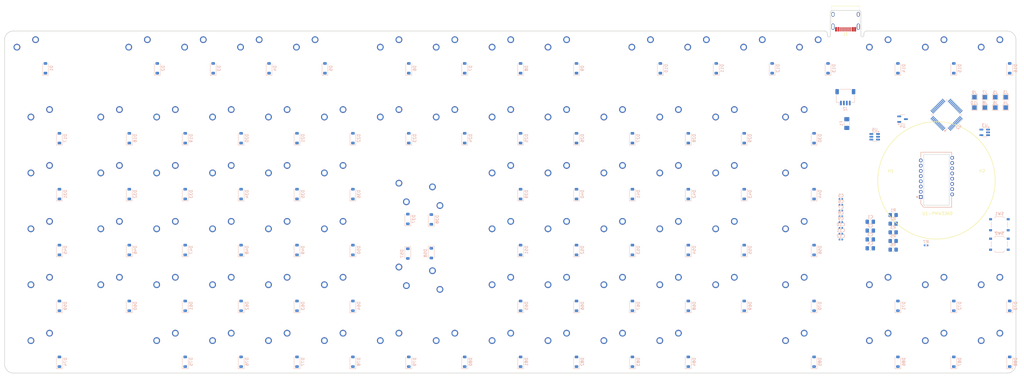
<source format=kicad_pcb>
(kicad_pcb (version 20240108) (generator "pcbnew") (generator_version "8.0")
  (title_block (title "frog_8k_ergodox_pcb"))
  (layers (0 "F.Cu" signal) (31 "B.Cu" signal) (34 "B.Paste" user) (35 "F.Paste" user) (36 "B.SilkS" user "B.Silkscreen") (37 "F.SilkS" user "F.Silkscreen") (38 "B.Mask" user) (39 "F.Mask" user) (44 "Edge.Cuts" user))
  (net 0 "")
  (net 1 "GND")
  (net 2 "Net-(U1-VDDPIX)")
  (net 3 "V_{IN 3.3V}")
  (net 4 "VDD_{1.8V~2.1V}")
  (net 5 "+3V3")
  (net 6 "RST-1")
  (net 7 "+5V")
  (net 8 "ROW0")
  (net 9 "Net-(D1-A)")
  (net 10 "Net-(D2-A)")
  (net 11 "Net-(D3-A)")
  (net 12 "Net-(D4-A)")
  (net 13 "Net-(D5-A)")
  (net 14 "Net-(D6-A)")
  (net 15 "Net-(D7-A)")
  (net 16 "Net-(D8-A)")
  (net 17 "Net-(D9-A)")
  (net 18 "Net-(D10-A)")
  (net 19 "Net-(D11-A)")
  (net 20 "Net-(D12-A)")
  (net 21 "Net-(D13-A)")
  (net 22 "Net-(D14-A)")
  (net 23 "Net-(D15-A)")
  (net 24 "Net-(D16-A)")
  (net 25 "ROW1")
  (net 26 "Net-(D17-A)")
  (net 27 "Net-(D18-A)")
  (net 28 "Net-(D19-A)")
  (net 29 "Net-(D20-A)")
  (net 30 "Net-(D21-A)")
  (net 31 "Net-(D22-A)")
  (net 32 "Net-(D23-A)")
  (net 33 "Net-(D24-A)")
  (net 34 "Net-(D25-A)")
  (net 35 "Net-(D26-A)")
  (net 36 "Net-(D27-A)")
  (net 37 "Net-(D28-A)")
  (net 38 "Net-(D29-A)")
  (net 39 "Net-(D30-A)")
  (net 40 "Net-(D31-A)")
  (net 41 "ROW2")
  (net 42 "Net-(D32-A)")
  (net 43 "Net-(D33-A)")
  (net 44 "Net-(D34-A)")
  (net 45 "Net-(D35-A)")
  (net 46 "Net-(D36-A)")
  (net 47 "Net-(D37-A)")
  (net 48 "Net-(D38-A)")
  (net 49 "Net-(D39-A)")
  (net 50 "Net-(D40-A)")
  (net 51 "Net-(D41-A)")
  (net 52 "Net-(D42-A)")
  (net 53 "Net-(D43-A)")
  (net 54 "Net-(D44-A)")
  (net 55 "Net-(D45-A)")
  (net 56 "ROW3")
  (net 57 "Net-(D46-A)")
  (net 58 "Net-(D47-A)")
  (net 59 "Net-(D48-A)")
  (net 60 "Net-(D49-A)")
  (net 61 "Net-(D50-A)")
  (net 62 "Net-(D51-A)")
  (net 63 "Net-(D52-A)")
  (net 64 "Net-(D53-A)")
  (net 65 "Net-(D54-A)")
  (net 66 "Net-(D55-A)")
  (net 67 "Net-(D56-A)")
  (net 68 "Net-(D57-A)")
  (net 69 "Net-(D58-A)")
  (net 70 "Net-(D59-A)")
  (net 71 "ROW4")
  (net 72 "Net-(D60-A)")
  (net 73 "Net-(D61-A)")
  (net 74 "Net-(D62-A)")
  (net 75 "Net-(D63-A)")
  (net 76 "Net-(D64-A)")
  (net 77 "Net-(D65-A)")
  (net 78 "Net-(D66-A)")
  (net 79 "Net-(D67-A)")
  (net 80 "Net-(D68-A)")
  (net 81 "Net-(D69-A)")
  (net 82 "Net-(D70-A)")
  (net 83 "Net-(D71-A)")
  (net 84 "Net-(D72-A)")
  (net 85 "Net-(D73-A)")
  (net 86 "ROW5")
  (net 87 "Net-(D74-A)")
  (net 88 "Net-(D75-A)")
  (net 89 "Net-(D76-A)")
  (net 90 "Net-(D77-A)")
  (net 91 "Net-(D78-A)")
  (net 92 "Net-(D79-A)")
  (net 93 "Net-(D80-A)")
  (net 94 "Net-(D81-A)")
  (net 95 "Net-(D82-A)")
  (net 96 "Net-(D83-A)")
  (net 97 "Net-(D84-A)")
  (net 98 "Net-(D85-A)")
  (net 99 "Net-(D86-A)")
  (net 100 "Net-(D87-A)")
  (net 101 "Net-(D88-A)")
  (net 102 "VBUS")
  (net 104 "DN")
  (net 105 "Net-(J1-CC1)")
  (net 106 "DP")
  (net 107 "Net-(J1-CC2)")
  (net 108 "ADD0")
  (net 109 "ADD1")
  (net 110 "ADD2")
  (net 111 "ADD3")
  (net 112 "ADD4")
  (net 113 "ADD5")
  (net 114 "ADD6")
  (net 115 "ADD7")
  (net 116 "COL0")
  (net 117 "COL2")
  (net 118 "COL3")
  (net 119 "COL4")
  (net 120 "COL5")
  (net 121 "COL6")
  (net 122 "COL7")
  (net 123 "COL8")
  (net 124 "COL9")
  (net 125 "COL10")
  (net 126 "COL11")
  (net 127 "COL12")
  (net 128 "COL13")
  (net 129 "COL14")
  (net 130 "COL15")
  (net 131 "COL16")
  (net 132 "COL1")
  (net 133 "V_{IO VDD~3.3V}")
  (net 134 "Net-(U1-~{RESET})")
  (net 135 "MISO_{GPIO-PMW3360}")
  (net 136 "Net-(U1-LED_P)")
  (net 137 "BOOT-1")
  (net 138 "MOSI_{GPIO-PMW3360}")
  (net 139 "CS_{GPIO-PMW3360}")
  (net 140 "SCLK_{GPIO-PMW3360}")
  (footprint "PCM_marbastlib-mx:SW_MX_1u" (layer "F.Cu") (at 187.97 152.96 90)
    (property "Reference" "MX38" (hide yes))
    (property "Value" "MX_SW_solder")
  )
  (footprint "PCM_marbastlib-mx:SW_MX_1u" (layer "F.Cu") (at 187.97 129.1475)
    (property "Reference" "MX24" (hide yes))
    (property "Value" "MX_SW_solder")
  )
  (footprint "PCM_marbastlib-mx:SW_MX_1u" (layer "F.Cu") (at 307.0325 167.2475)
    (property "Reference" "MX56" (hide yes))
    (property "Value" "MX_SW_solder")
  )
  (footprint "PCM_marbastlib-mx:SW_MX_1u" (layer "F.Cu") (at 149.87 148.1975)
    (property "Reference" "MX36" (hide yes))
    (property "Value" "MX_SW_solder")
  )
  (footprint "PCM_marbastlib-mx:SW_MX_1u" (layer "F.Cu") (at 373.7075 186.2975)
    (property "Reference" "MX73" (hide yes))
    (property "Value" "MX_SW_solder")
  )
  (footprint "PCM_marbastlib-mx:SW_MX_1u" (layer "F.Cu") (at 307.0325 186.2975)
    (property "Reference" "MX70" (hide yes))
    (property "Value" "MX_SW_solder")
  )
  (footprint "PCM_marbastlib-mx:SW_MX_1u" (layer "F.Cu") (at 187.97 205.3475)
    (property "Reference" "MX80" (hide yes))
    (property "Value" "MX_SW_solder")
  )
  (footprint "PCM_marbastlib-mx:SW_MX_1u" (layer "F.Cu") (at 226.07 105.335)
    (property "Reference" "MX9" (hide yes))
    (property "Value" "MX_SW_solder")
  )
  (footprint "PCM_marbastlib-mx:SW_MX_1u" (layer "F.Cu") (at 130.82 167.2475)
    (property "Reference" "MX49" (hide yes))
    (property "Value" "MX_SW_solder")
  )
  (footprint "PCM_marbastlib-mx:SW_MX_1u" (layer "F.Cu") (at 245.12 167.2475)
    (property "Reference" "MX53" (hide yes))
    (property "Value" "MX_SW_solder")
  )
  (footprint "PCM_marbastlib-mx:SW_MX_1u" (layer "F.Cu") (at 207.02 129.1475)
    (property "Reference" "MX25" (hide yes))
    (property "Value" "MX_SW_solder")
  )
  (footprint "PCM_marbastlib-mx:SW_MX_1u" (layer "F.Cu") (at 264.17 129.1475)
    (property "Reference" "MX28" (hide yes))
    (property "Value" "MX_SW_solder")
  )
  (footprint "PCM_marbastlib-mx:SW_MX_1u" (layer "F.Cu") (at 49.8575 129.1475)
    (property "Reference" "MX17" (hide yes))
    (property "Value" "MX_SW_solder")
  )
  (footprint "PCM_marbastlib-mx:SW_MX_1u" (layer "F.Cu") (at 83.195 105.335)
    (property "Reference" "MX2" (hide yes))
    (property "Value" "MX_SW_solder")
  )
  (footprint "PCM_marbastlib-mx:SW_MX_1u" (layer "F.Cu") (at 149.87 167.2475)
    (property "Reference" "MX50" (hide yes))
    (property "Value" "MX_SW_solder")
  )
  (footprint "MountingHole:MountingHole_2.2mm_M2" (layer "F.Cu") (at 339.077 148.1975)
    (property "Reference" "H1")
    (property "Value" "MountingHole")
  )
  (footprint "PCM_marbastlib-mx:SW_MX_1u" (layer "F.Cu") (at 168.92 129.1475)
    (property "Reference" "MX23" (hide yes))
    (property "Value" "MX_SW_solder")
  )
  (footprint "PCM_marbastlib-mx:SW_MX_1u" (layer "F.Cu") (at 226.07 167.2475)
    (property "Reference" "MX52" (hide yes))
    (property "Value" "MX_SW_solder")
  )
  (footprint "PCM_marbastlib-mx:SW_MX_1u" (layer "F.Cu") (at 168.92 152.96 -90)
    (property "Reference" "MX37" (hide yes))
    (property "Value" "MX_SW_solder")
  )
  (footprint "PCM_marbastlib-mx:SW_MX_1u" (layer "F.Cu") (at 207.02 148.1975)
    (property "Reference" "MX39" (hide yes))
    (property "Value" "MX_SW_solder")
  )
  (footprint "PCM_marbastlib-mx:SW_MX_1u" (layer "F.Cu") (at 307.0325 148.1975)
    (property "Reference" "MX44" (hide yes))
    (property "Value" "MX_SW_solder")
  )
  (footprint "PCM_marbastlib-mx:SW_MX_1u" (layer "F.Cu") (at 283.22 167.2475)
    (property "Reference" "MX55" (hide yes))
    (property "Value" "MX_SW_solder")
  )
  (footprint "PCM_marbastlib-mx:SW_MX_1u" (layer "F.Cu") (at 140.345 105.335)
    (property "Reference" "MX5" (hide yes))
    (property "Value" "MX_SW_solder")
  )
  (footprint "PCM_marbastlib-mx:SW_MX_1u" (layer "F.Cu") (at 245.12 148.1975)
    (property "Reference" "MX41" (hide yes))
    (property "Value" "MX_SW_solder")
  )
  (footprint "PCM_marbastlib-mx:SW_MX_1u" (layer "F.Cu") (at 102.245 105.335)
    (property "Reference" "MX3" (hide yes))
    (property "Value" "MX_SW_solder")
  )
  (footprint "PCM_marbastlib-mx:SW_MX_1u" (layer "F.Cu") (at 207.02 186.2975)
    (property "Reference" "MX65" (hide yes))
    (property "Value" "MX_SW_solder")
  )
  (footprint "PCM_marbastlib-mx:SW_MX_1u" (layer "F.Cu") (at 130.82 129.1475)
    (property "Reference" "MX21" (hide yes))
    (property "Value" "MX_SW_solder")
  )
  (footprint "PCM_marbastlib-mx:SW_MX_1u" (layer "F.Cu") (at 73.67 186.2975)
    (property "Reference" "MX60" (hide yes))
    (property "Value" "MX_SW_solder")
  )
  (footprint "PCM_marbastlib-mx:SW_MX_1u" (layer "F.Cu") (at 49.8575 167.2475)
    (property "Reference" "MX45" (hide yes))
    (property "Value" "MX_SW_solder")
  )
  (footprint "PCM_marbastlib-mx:SW_MX_1u" (layer "F.Cu") (at 111.77 186.2975)
    (property "Reference" "MX62" (hide yes))
    (property "Value" "MX_SW_solder")
  )
  (footprint "PCM_marbastlib-mx:SW_MX_1u" (layer "F.Cu") (at 226.07 129.1475)
    (property "Reference" "MX26" (hide yes))
    (property "Value" "MX_SW_solder")
  )
  (footprint "PCM_marbastlib-mx:SW_MX_1u" (layer "F.Cu") (at 226.07 205.3475)
    (property "Reference" "MX82" (hide yes))
    (property "Value" "MX_SW_solder")
  )
  (footprint "PCM_marbastlib-mx:SW_MX_1u" (layer "F.Cu") (at 168.92 181.535 -90)
    (property "Reference" "MX57" (hide yes))
    (property "Value" "MX_SW_solder")
  )
  (footprint "PCM_marbastlib-mx:SW_MX_1u" (layer "F.Cu") (at 264.17 186.2975)
    (property "Reference" "MX68" (hide yes))
    (property "Value" "MX_SW_solder")
  )
  (footprint "PCM_marbastlib-mx:SW_MX_1u" (layer "F.Cu") (at 73.67 167.2475)
    (property "Reference" "MX46" (hide yes))
    (property "Value" "MX_SW_solder")
  )
  (footprint "PCM_marbastlib-mx:SW_MX_1u" (layer "F.Cu") (at 149.87 186.2975)
    (property "Reference" "MX64" (hide yes))
    (property "Value" "MX_SW_solder")
  )
  (footprint "PCM_marbastlib-mx:SW_MX_1u" (layer "F.Cu") (at 226.07 186.2975)
    (property "Reference" "MX66" (hide yes))
    (property "Value" "MX_SW_solder")
  )
  (footprint "PCM_marbastlib-mx:SW_MX_1u" (layer "F.Cu") (at 335.6075 105.335)
    (property "Reference" "MX14" (hide yes))
    (property "Value" "MX_SW_solder")
  )
  (footprint "PCM_marbastlib-mx:SW_MX_1u" (layer "F.Cu") (at 121.295 105.335)
    (property "Reference" "MX4" (hide yes))
    (property "Value" "MX_SW_solder")
  )
  (footprint "PCM_marbastlib-mx:SW_MX_1u" (layer "F.Cu") (at 149.87 205.3475)
    (property "Reference" "MX78" (hide yes))
    (property "Value" "MX_SW_solder")
  )
  (footprint "PCM_marbastlib-mx:SW_MX_1u" (layer "F.Cu") (at 49.8575 205.3475)
    (property "Reference" "MX74" (hide yes))
    (property "Value" "MX_SW_solder")
  )
  (footprint "PCM_marbastlib-mx:SW_MX_1u" (layer "F.Cu") (at 264.17 205.3475)
    (property "Reference" "MX84" (hide yes))
    (property "Value" "MX_SW_solder")
  )
  (footprint "Connector_USB:USB_C_Receptacle_HRO_TYPE-C-31-M-12" (layer "F.Cu") (at 323.695 92.675 180)
    (property "Reference" "J1")
    (property "Value" "USB_C_Receptacle_USB2.0_14P")
  )
  (footprint "PCM_marbastlib-mx:SW_MX_1u" (layer "F.Cu") (at 187.97 105.335)
    (property "Reference" "MX7" (hide yes))
    (property "Value" "MX_SW_solder")
  )
  (footprint "PCM_marbastlib-mx:SW_MX_1u" (layer "F.Cu") (at 245.12 186.2975)
    (property "Reference" "MX67" (hide yes))
    (property "Value" "MX_SW_solder")
  )
  (footprint "PCM_marbastlib-mx:SW_MX_1u" (layer "F.Cu") (at 207.02 167.2475)
    (property "Reference" "MX51" (hide yes))
    (property "Value" "MX_SW_solder")
  )
  (footprint "PCM_marbastlib-mx:SW_MX_1u" (layer "F.Cu") (at 335.6075 205.3475)
    (property "Reference" "MX86" (hide yes))
    (property "Value" "MX_SW_solder")
  )
  (footprint "PCM_marbastlib-mx:SW_MX_1u" (layer "F.Cu") (at 130.82 205.3475)
    (property "Reference" "MX77" (hide yes))
    (property "Value" "MX_SW_solder")
  )
  (footprint "PCM_marbastlib-mx:SW_MX_1u" (layer "F.Cu") (at 207.02 105.335)
    (property "Reference" "MX8" (hide yes))
    (property "Value" "MX_SW_solder")
  )
  (footprint "PCM_marbastlib-mx:SW_MX_1u" (layer "F.Cu") (at 254.645 105.335)
    (property "Reference" "MX10" (hide yes))
    (property "Value" "MX_SW_solder")
  )
  (footprint "PCM_marbastlib-mx:SW_MX_1u" (layer "F.Cu") (at 264.17 167.2475)
    (property "Reference" "MX54" (hide yes))
    (property "Value" "MX_SW_solder")
  )
  (footprint "PCM_marbastlib-mx:SW_MX_1u" (layer "F.Cu") (at 111.77 167.2475)
    (property "Reference" "MX48" (hide yes))
    (property "Value" "MX_SW_solder")
  )
  (footprint "PCM_marbastlib-mx:SW_MX_1u" (layer "F.Cu") (at 226.07 148.1975)
    (property "Reference" "MX40" (hide yes))
    (property "Value" "MX_SW_solder")
  )
  (footprint "PCM_marbastlib-mx:SW_MX_1u" (layer "F.Cu") (at 168.92 105.335)
    (property "Reference" "MX6" (hide yes))
    (property "Value" "MX_SW_solder")
  )
  (footprint "PCM_marbastlib-mx:SW_MX_1u" (layer "F.Cu") (at 264.17 148.1975)
    (property "Reference" "MX42" (hide yes))
    (property "Value" "MX_SW_solder")
  )
  (footprint "PCM_marbastlib-mx:SW_MX_1u" (layer "F.Cu") (at 111.77 129.1475)
    (property "Reference" "MX20" (hide yes))
    (property "Value" "MX_SW_solder")
  )
  (footprint "PCM_marbastlib-mx:SW_MX_1u" (layer "F.Cu") (at 92.72 167.2475)
    (property "Reference" "MX47" (hide yes))
    (property "Value" "MX_SW_solder")
  )
  (footprint "PCM_marbastlib-mx:SW_MX_1u" (layer "F.Cu") (at 283.22 148.1975)
    (property "Reference" "MX43" (hide yes))
    (property "Value" "MX_SW_solder")
  )
  (footprint "PCM_marbastlib-mx:SW_MX_1u" (layer "F.Cu") (at 335.6075 186.2975)
    (property "Reference" "MX71" (hide yes))
    (property "Value" "MX_SW_solder")
  )
  (footprint "PCM_marbastlib-mx:SW_MX_1u" (layer "F.Cu") (at 273.695 105.335)
    (property "Reference" "MX11" (hide yes))
    (property "Value" "MX_SW_solder")
  )
  (footprint "PCM_marbastlib-mx:SW_MX_1u" (layer "F.Cu") (at 373.7075 205.3475)
    (property "Reference" "MX88" (hide yes))
    (property "Value" "MX_SW_solder")
  )
  (footprint "PCM_marbastlib-mx:SW_MX_1u" (layer "F.Cu") (at 92.72 129.1475)
    (property "Reference" "MX19" (hide yes))
    (property "Value" "MX_SW_solder")
  )
  (footprint "PCM_marbastlib-mx:SW_MX_1u" (layer "F.Cu") (at 354.6575 186.2975)
    (property "Reference" "MX72" (hide yes))
    (property "Value" "MX_SW_solder")
  )
  (footprint "PCM_marbastlib-mx:SW_MX_1u" (layer "F.Cu") (at 73.67 148.1975)
    (property "Reference" "MX32" (hide yes))
    (property "Value" "MX_SW_solder")
  )
  (footprint "PCM_marbastlib-mx:SW_MX_1u" (layer "F.Cu") (at 307.0325 205.3475)
    (property "Reference" "MX85" (hide yes))
    (property "Value" "MX_SW_solder")
  )
  (footprint "PCM_marbastlib-mx:SW_MX_1u" (layer "F.Cu") (at 130.82 186.2975)
    (property "Reference" "MX63" (hide yes))
    (property "Value" "MX_SW_solder")
  )
  (footprint "PCM_marbastlib-mx:SW_MX_1u" (layer "F.Cu") (at 283.22 186.2975)
    (property "Reference" "MX69" (hide yes))
    (property "Value" "MX_SW_solder")
  )
  (footprint "PCM_marbastlib-mx:SW_MX_1u" (layer "F.Cu") (at 45.095 105.335)
    (property "Reference" "MX1" (hide yes))
    (property "Value" "MX_SW_solder")
  )
  (footprint "PCM_marbastlib-mx:SW_MX_1u" (layer "F.Cu") (at 92.72 205.3475)
    (property "Reference" "MX75" (hide yes))
    (property "Value" "MX_SW_solder")
  )
  (footprint "PCM_marbastlib-mx:SW_MX_1u" (layer "F.Cu") (at 73.67 129.1475)
    (property "Reference" "MX18" (hide yes))
    (property "Value" "MX_SW_solder")
  )
  (footprint "PCM_marbastlib-mx:SW_MX_1u" (layer "F.Cu") (at 187.97 181.535 90)
    (property "Reference" "MX58" (hide yes))
    (property "Value" "MX_SW_solder")
  )
  (footprint "PCM_marbastlib-mx:SW_MX_1u" (layer "F.Cu") (at 283.22 129.1475)
    (property "Reference" "MX29" (hide yes))
    (property "Value" "MX_SW_solder")
  )
  (footprint "PCM_marbastlib-mx:SW_MX_1u" (layer "F.Cu") (at 354.6575 105.335)
    (property "Reference" "MX15" (hide yes))
    (property "Value" "MX_SW_solder")
  )
  (footprint "PCM_marbastlib-mx:SW_MX_1u" (layer "F.Cu") (at 207.02 205.3475)
    (property "Reference" "MX81" (hide yes))
    (property "Value" "MX_SW_solder")
  )
  (footprint "PCM_marbastlib-mx:SW_MX_1u" (layer "F.Cu") (at 130.82 148.1975)
    (property "Reference" "MX35" (hide yes))
    (property "Value" "MX_SW_solder")
  )
  (footprint "PCM_marbastlib-mx:SW_MX_1u" (layer "F.Cu") (at 92.72 148.1975)
    (property "Reference" "MX33" (hide yes))
    (property "Value" "MX_SW_solder")
  )
  (footprint "PCM_marbastlib-mx:SW_MX_1u" (layer "F.Cu") (at 111.77 205.3475)
    (property "Reference" "MX76" (hide yes))
    (property "Value" "MX_SW_solder")
  )
  (footprint "PCM_marbastlib-mx:SW_MX_1u" (layer "F.Cu") (at 168.92 205.3475)
    (property "Reference" "MX79" (hide yes))
    (property "Value" "MX_SW_solder")
  )
  (footprint "PCM_marbastlib-mx:SW_MX_1u" (layer "F.Cu") (at 292.745 105.335)
    (property "Reference" "MX12" (hide yes))
    (property "Value" "MX_SW_solder")
  )
  (footprint "PCM_marbastlib-mx:SW_MX_1u" (layer "F.Cu") (at 49.8575 186.2975)
    (property "Reference" "MX59" (hide yes))
    (property "Value" "MX_SW_solder")
  )
  (footprint "PCM_marbastlib-mx:SW_MX_1u" (layer "F.Cu") (at 311.795 105.335)
    (property "Reference" "MX13" (hide yes))
    (property "Value" "MX_SW_solder")
  )
  (footprint "PCM_marbastlib-mx:SW_MX_1u" (layer "F.Cu") (at 245.12 129.1475)
    (property "Reference" "MX27" (hide yes))
    (property "Value" "MX_SW_solder")
  )
  (footprint "PCM_marbastlib-mx:SW_MX_1u" (layer "F.Cu") (at 245.12 205.3475)
    (property "Reference" "MX83" (hide yes))
    (property "Value" "MX_SW_solder")
  )
  (footprint "PCM_marbastlib-mx:SW_MX_1u" (layer "F.Cu") (at 111.77 148.1975)
    (property "Reference" "MX34" (hide yes))
    (property "Value" "MX_SW_solder")
  )
  (footprint "PCM_marbastlib-mx:SW_MX_1u" (layer "F.Cu") (at 373.7075 105.335)
    (property "Reference" "MX16" (hide yes))
    (property "Value" "MX_SW_solder")
  )
  (footprint "PCM_marbastlib-mx:SW_MX_1u" (layer "F.Cu") (at 307.0325 129.1475)
    (property "Reference" "MX30" (hide yes))
    (property "Value" "MX_SW_solder")
  )
  (footprint "PCM_marbastlib-mx:SW_MX_1u" (layer "F.Cu") (at 49.8575 148.1975)
    (property "Reference" "MX31" (hide yes))
    (property "Value" "MX_SW_solder")
  )
  (footprint "PCM_marbastlib-mx:SW_MX_1u" (layer "F.Cu") (at 354.6575 205.3475)
    (property "Reference" "MX87" (hide yes))
    (property "Value" "MX_SW_solder")
  )
  (footprint "PCM_marbastlib-mx:SW_MX_1u" (layer "F.Cu") (at 92.72 186.2975)
    (property "Reference" "MX61" (hide yes))
    (property "Value" "MX_SW_solder")
  )
  (footprint "PCM_marbastlib-mx:SW_MX_1u" (layer "F.Cu") (at 149.87 129.1475)
    (property "Reference" "MX22" (hide yes))
    (property "Value" "MX_SW_solder")
  )
  (footprint "MountingHole:MountingHole_2.2mm_M2" (layer "F.Cu") (at 370.238 148.1975)
    (property "Reference" "H2")
    (property "Value" "MountingHole")
  )
  (footprint "Diode_SMD:D_SOD-123" (layer "B.Cu") (at 379.6125 190.9625 90)
    (property "Reference" "D73")
    (property "Value" "1N4148")
  )
  (footprint "Diode_SMD:D_SOD-123" (layer "B.Cu") (at 312.9375 133.8125 90)
    (property "Reference" "D30")
    (property "Value" "1N4148")
  )
  (footprint "Diode_SMD:D_SOD-123" (layer "B.Cu") (at 212.925 133.8125 90)
    (property "Reference" "D25")
    (property "Value" "1N4148")
  )
  (footprint "Diode_SMD:D_SOD-123" (layer "B.Cu") (at 231.975 133.8125 90)
    (property "Reference" "D26")
    (property "Value" "1N4148")
  )
  (footprint "Button_Switch_SMD:SW_Push_1P1T_XKB_TS-1187A" (layer "B.Cu") (at 376.095 169.96 180)
    (property "Reference" "SW2")
    (property "Value" "SW_DPST_x2")
  )
  (footprint "Diode_SMD:D_SOD-123" (layer "B.Cu") (at 231.975 152.8625 90)
    (property "Reference" "D40")
    (property "Value" "1N4148")
  )
  (footprint "Capacitor_SMD:C_0805_2012Metric_Pad1.18x1.45mm_HandSolder" (layer "B.Cu") (at 332.095 171.335 180)
    (property "Reference" "C4")
    (property "Value" "C4_1uF")
  )
  (footprint "Capacitor_SMD:C_0402_1005Metric" (layer "B.Cu") (at 322.075 156.515 180)
    (property "Reference" "C6")
    (property "Value" "100nF")
  )
  (footprint "Diode_SMD:D_SOD-123" (layer "B.Cu") (at 279.6 110 90)
    (property "Reference" "D11")
    (property "Value" "1N4148")
  )
  (footprint "TestPoint:TestPoint_Pad_1.5x1.5mm" (layer "B.Cu") (at 371.145 123.385 180)
    (property "Reference" "J8")
    (property "Value" "Conn_01x01_Pin")
  )
  (footprint "Diode_SMD:D_SOD-123" (layer "B.Cu") (at 79.575 152.8625 90)
    (property "Reference" "D32")
    (property "Value" "1N4148")
  )
  (footprint "Resistor_SMD:R_0805_2012Metric_Pad1.20x1.40mm_HandSolder" (layer "B.Cu") (at 339.895 162.955 180)
    (property "Reference" "R2")
    (property "Value" "R2_10k")
  )
  (footprint "Resistor_SMD:R_0805_2012Metric_Pad1.20x1.40mm_HandSolder" (layer "B.Cu") (at 339.895 165.905 180)
    (property "Reference" "R3")
    (property "Value" "R3_39R")
  )
  (footprint "Diode_SMD:D_SOD-123" (layer "B.Cu") (at 379.6125 210.0125 90)
    (property "Reference" "D88")
    (property "Value" "1N4148")
  )
  (footprint "Button_Switch_SMD:SW_Push_1P1T_XKB_TS-1187A" (layer "B.Cu") (at 376.095 163.31 180)
    (property "Reference" "SW1")
    (property "Value" "SW_DPST_x2")
  )
  (footprint "Diode_SMD:D_SOD-123" (layer "B.Cu") (at 79.575 171.9125 90)
    (property "Reference" "D46")
    (property "Value" "1N4148")
  )
  (footprint "Diode_SMD:D_SOD-123" (layer "B.Cu") (at 108.15 110 90)
    (property "Reference" "D3")
    (property "Value" "1N4148")
  )
  (footprint "Diode_SMD:D_SOD-123" (layer "B.Cu") (at 289.125 133.8125 90)
    (property "Reference" "D29")
    (property "Value" "1N4148")
  )
  (footprint "Diode_SMD:D_SOD-123" (layer "B.Cu") (at 55.7625 210.0125 90)
    (property "Reference" "D74")
    (property "Value" "1N4148")
  )
  (footprint "Diode_SMD:D_SOD-123" (layer "B.Cu") (at 174.825 133.8125 90)
    (property "Reference" "D23")
    (property "Value" "1N4148")
  )
  (footprint "TestPoint:TestPoint_Pad_1.5x1.5mm" (layer "B.Cu") (at 378.245 123.385 180)
    (property "Reference" "J4")
    (property "Value" "Conn_01x01_Pin")
  )
  (footprint "Diode_SMD:D_SOD-123" (layer "B.Cu") (at 289.125 171.9125 90)
    (property "Reference" "D55")
    (property "Value" "1N4148")
  )
  (footprint "Diode_SMD:D_SOD-123" (layer "B.Cu") (at 174.5 161.35 90)
    (property "Reference" "D37")
    (property "Value" "1N4148")
  )
  (footprint "Capacitor_SMD:C_0402_1005Metric" (layer "B.Cu") (at 322.075 166.365 180)
    (property "Reference" "C11")
    (property "Value" "10uF")
  )
  (footprint "Diode_SMD:D_SOD-123" (layer "B.Cu") (at 341.5125 190.9625 90)
    (property "Reference" "D71")
    (property "Value" "1N4148")
  )
  (footprint "Diode_SMD:D_SOD-123" (layer "B.Cu") (at 174.5 173.15 -90)
    (property "Reference" "D57")
    (property "Value" "1N4148")
  )
  (footprint "Diode_SMD:D_SOD-123" (layer "B.Cu") (at 98.625 152.8625 90)
    (property "Reference" "D33")
    (property "Value" "1N4148")
  )
  (footprint "Diode_SMD:D_SOD-123" (layer "B.Cu") (at 360.5625 210.0125 90)
    (property "Reference" "D87")
    (property "Value" "1N4148")
  )
  (footprint "TestPoint:TestPoint_Pad_1.5x1.5mm" (layer "B.Cu") (at 374.695 123.385 180)
    (property "Reference" "J6")
    (property "Value" "Conn_01x01_Pin")
  )
  (footprint "Diode_SMD:D_SOD-123" (layer "B.Cu") (at 136.725 210.0125 90)
    (property "Reference" "D77")
    (property "Value" "1N4148")
  )
  (footprint "Diode_SMD:D_SOD-123" (layer "B.Cu") (at 136.725 133.8125 90)
    (property "Reference" "D21")
    (property "Value" "1N4148")
  )
  (footprint "Fuse:Fuse_1206_3216Metric_Pad1.42x1.75mm_HandSolder" (layer "B.Cu") (at 324.095 128.835 -90)
    (property "Reference" "F1")
    (property "Value" "Fuse_500mA")
  )
  (footprint "Diode_SMD:D_SOD-123" (layer "B.Cu") (at 136.725 152.8625 90)
    (property "Reference" "D35")
    (property "Value" "1N4148")
  )
  (footprint "Diode_SMD:D_SOD-123" (layer "B.Cu") (at 174.825 210.0125 90)
    (property "Reference" "D79")
    (property "Value" "1N4148")
  )
  (footprint "Diode_SMD:D_SOD-123" (layer "B.Cu") (at 212.925 152.8625 90)
    (property "Reference" "D39")
    (property "Value" "1N4148")
  )
  (footprint "Diode_SMD:D_SOD-123" (layer "B.Cu") (at 231.975 171.9125 90)
    (property "Reference" "D52")
    (property "Value" "1N4148")
  )
  (footprint "Connector_JST:JST_SH_SM04B-SRSS-TB_1x04-1MP_P1.00mm_Horizontal" (layer "B.Cu") (at 323.595 119.835)
    (property "Reference" "J2")
    (property "Value" "Conn_01x04_Pin")
  )
  (footprint "Diode_SMD:D_SOD-123" (layer "B.Cu") (at 270.075 210.0125 90)
    (property "Reference" "D84")
    (property "Value" "1N4148")
  )
  (footprint "Diode_SMD:D_SOD-123" (layer "B.Cu") (at 270.075 133.8125 90)
    (property "Reference" "D28")
    (property "Value" "1N4148")
  )
  (footprint "Diode_SMD:D_SOD-123" (layer "B.Cu") (at 117.675 171.9125 90)
    (property "Reference" "D48")
    (property "Value" "1N4148")
  )
  (footprint "Diode_SMD:D_SOD-123" (layer "B.Cu") (at 312.9375 171.9125 90)
    (property "Reference" "D56")
    (property "Value" "1N4148")
  )
  (footprint "Diode_SMD:D_SOD-123" (layer "B.Cu") (at 89.1 110 90)
    (property "Reference" "D2")
    (property "Value" "1N4148")
  )
  (footprint "Diode_SMD:D_SOD-123" (layer "B.Cu") (at 98.625 190.9625 90)
    (property "Reference" "D61")
    (property "Value" "1N4148")
  )
  (footprint "Diode_SMD:D_SOD-123" (layer "B.Cu") (at 146.25 110 90)
    (property "Reference" "D5")
    (property "Value" "1N4148")
  )
  (footprint "Diode_SMD:D_SOD-123" (layer "B.Cu") (at 193.875 110 90)
    (property "Reference" "D7")
    (property "Value" "1N4148")
  )
  (footprint "Resistor_SMD:R_0805_2012Metric_Pad1.20x1.40mm_HandSolder" (layer "B.Cu") (at 339.895 160.005 180)
    (property "Reference" "R1")
    (property "Value" "R1_10k")
  )
  (footprint "TestPoint:TestPoint_Pad_1.5x1.5mm" (layer "B.Cu") (at 371.145 119.835 180)
    (property "Reference" "J7")
    (property "Value" "Conn_01x01_Pin")
  )
  (footprint "Diode_SMD:D_SOD-123" (layer "B.Cu") (at 55.7625 190.9625 90)
    (property "Reference" "D59")
    (property "Value" "1N4148")
  )
  (footprint "Capacitor_SMD:C_0402_1005Metric" (layer "B.Cu") (at 322.075 162.425 180)
    (property "Reference" "C9")
    (property "Value" "100nF")
  )
  (footprint "Diode_SMD:D_SOD-123" (layer "B.Cu") (at 312.9375 190.9625 90)
    (property "Reference" "D70")
    (property "Value" "1N4148")
  )
  (footprint "Capacitor_SMD:C_0402_1005Metric" (layer "B.Cu") (at 322.075 160.455 180)
    (property "Reference" "C8")
    (property "Value" "100nF")
  )
  (footprint "Diode_SMD:D_SOD-123" (layer "B.Cu") (at 55.7625 171.9125 90)
    (property "Reference" "D45")
    (property "Value" "1N4148")
  )
  (footprint "Diode_SMD:D_SOD-123" (layer "B.Cu") (at 270.075 171.9125 90)
    (property "Reference" "D54")
    (property "Value" "1N4148")
  )
  (footprint "Diode_SMD:D_SOD-123" (layer "B.Cu") (at 251.025 133.8125 90)
    (property "Reference" "D27")
    (property "Value" "1N4148")
  )
  (footprint "Diode_SMD:D_SOD-123" (layer "B.Cu") (at 270.075 190.9625 90)
    (property "Reference" "D68")
    (property "Value" "1N4148")
  )
  (footprint "Diode_SMD:D_SOD-123" (layer "B.Cu") (at 155.775 190.9625 90)
    (property "Reference" "D64")
    (property "Value" "1N4148")
  )
  (footprint "Capacitor_SMD:C_0805_2012Metric_Pad1.18x1.45mm_HandSolder" (layer "B.Cu") (at 332.094999 165.315002 180)
    (property "Reference" "C2")
    (property "Value" "C2_100nF")
  )
  (footprint "Diode_SMD:D_SOD-123" (layer "B.Cu") (at 289.125 152.8625 90)
    (property "Reference" "D43")
    (property "Value" "1N4148")
  )
  (footprint "Diode_SMD:D_SOD-123" (layer "B.Cu") (at 341.5125 110 90)
    (property "Reference" "D14")
    (property "Value" "1N4148")
  )
  (footprint "Diode_SMD:D_SOD-123" (layer "B.Cu") (at 98.625 133.8125 90)
    (property "Reference" "D19")
    (property "Value" "1N4148")
  )
  (footprint "Diode_SMD:D_SOD-123" (layer "B.Cu") (at 251.025 190.9625 90)
    (property "Reference" "D67")
    (property "Value" "1N4148")
  )
  (footprint "Capacitor_SMD:C_0402_1005Metric" (layer "B.Cu") (at 322.075 164.394999 180)
    (property "Reference" "C10")
    (property "Value" "100nF")
  )
  (footprint "Diode_SMD:D_SOD-123" (layer "B.Cu") (at 312.9375 152.8625 90)
    (property "Reference" "D44")
    (property "Value" "1N4148")
  )
  (footprint "Diode_SMD:D_SOD-123" (layer "B.Cu") (at 55.7625 133.8125 90)
    (property "Reference" "D17")
    (property "Value" "1N4148")
  )
  (footprint "Diode_SMD:D_SOD-123" (layer "B.Cu") (at 193.875 133.8125 90)
    (property "Reference" "D24")
    (property "Value" "1N4148")
  )
  (footprint "Diode_SMD:D_SOD-123" (layer "B.Cu") (at 251.025 152.8625 90)
    (property "Reference" "D41")
    (property "Value" "1N4148")
  )
  (footprint "Diode_SMD:D_SOD-123" (layer "B.Cu") (at 212.925 110 90)
    (property "Reference" "D8")
    (property "Value" "1N4148")
  )
  (footprint "Diode_SMD:D_SOD-123" (layer "B.Cu") (at 117.675 190.9625 90)
    (property "Reference" "D62")
    (property "Value" "1N4148")
  )
  (footprint "Diode_SMD:D_SOD-123" (layer "B.Cu") (at 317.7 110 90)
    (property "Reference" "D13")
    (property "Value" "1N4148")
  )
  (footprint "Resistor_SMD:R_0805_2012Metric_Pad1.20x1.40mm_HandSolder" (layer "B.Cu") (at 339.895 168.855 180)
    (property "Reference" "R5")
    (property "Value" "R5_5.1k")
  )
  (footprint "Diode_SMD:D_SOD-123" (layer "B.Cu") (at 182.5 173 -90)
    (property "Reference" "D58")
    (property "Value" "1N4148")
  )
  (footprint "Diode_SMD:D_SOD-123" (layer "B.Cu") (at 117.675 210.0125 90)
    (property "Reference" "D76")
    (property "Value" "1N4148")
  )
  (footprint "Diode_SMD:D_SOD-123" (layer "B.Cu") (at 212.925 210.0125 90)
    (property "Reference" "D81")
    (property "Value" "1N4148")
  )
  (footprint "pmw3360:PMW3360DM-T2QU 16Pin" (layer "B.Cu") (at 354.6575 147.6895 90)
    (property "Reference" "U1-PMW3360")
    (property "Value" "PMW3360DM-T2QU")
    (fp_rect (start 8.332 4.35) (end -8.968 -4.35) (stroke (width 0.15)) (fill none) (layer "Edge.Cuts"))
  )
  (footprint "Diode_SMD:D_SOD-123" (layer "B.Cu") (at 155.775 171.9125 90)
    (property "Reference" "D50")
    (property "Value" "1N4148")
  )
  (footprint "Diode_SMD:D_SOD-123" (layer "B.Cu") (at 360.5625 110 90)
    (property "Reference" "D15")
    (property "Value" "1N4148")
  )
  (footprint "Diode_SMD:D_SOD-123" (layer "B.Cu") (at 98.625 210.0125 90)
    (property "Reference" "D75")
    (property "Value" "1N4148")
  )
  (footprint "Diode_SMD:D_SOD-123" (layer "B.Cu") (at 117.675 133.8125 90)
    (property "Reference" "D20")
    (property "Value" "1N4148")
  )
  (footprint "Diode_SMD:D_SOD-123" (layer "B.Cu") (at 98.625 171.9125 90)
    (property "Reference" "D47")
    (property "Value" "1N4148")
  )
  (footprint "Diode_SMD:D_SOD-123" (layer "B.Cu") (at 251.025 210.0125 90)
    (property "Reference" "D83")
    (property "Value" "1N4148")
  )
  (footprint "Diode_SMD:D_SOD-123" (layer "B.Cu") (at 117.675 152.8625 90)
    (property "Reference" "D34")
    (property "Value" "1N4148")
  )
  (footprint "TestPoint:TestPoint_Pad_1.5x1.5mm" (layer "B.Cu") (at 367.595 123.385 180)
    (property "Reference" "J10")
    (property "Value" "Conn_01x01_Pin")
  )
  (footprint "Diode_SMD:D_SOD-123" (layer "B.Cu") (at 231.975 110 90)
    (property "Reference" "D9")
    (property "Value" "1N4148")
  )
  (footprint "Diode_SMD:D_SOD-123" (layer "B.Cu") (at 341.5125 210.0125 90)
    (property "Reference" "D86")
    (property "Value" "1N4148")
  )
  (footprint "Diode_SMD:D_SOD-123" (layer "B.Cu") (at 260.55 110 90)
    (property "Reference" "D10")
    (property "Value" "1N4148")
  )
  (footprint "Capacitor_SMD:C_0805_2012Metric_Pad1.18x1.45mm_HandSolder" (layer "B.Cu") (at 332.095 168.325001 180)
    (property "Reference" "C3")
    (property "Value" "C3_1uF")
  )
  (footprint "Diode_SMD:D_SOD-123" (layer "B.Cu") (at 155.775 152.8625 90)
    (property "Reference" "D36")
    (property "Value" "1N4148")
  )
  (footprint "Diode_SMD:D_SOD-123" (layer "B.Cu") (at 79.575 133.8125 90)
    (property "Reference" "D18")
    (property "Value" "1N4148")
  )
  (footprint "Diode_SMD:D_SOD-123" (layer "B.Cu") (at 289.125 190.9625 90)
    (property "Reference" "D69")
    (property "Value" "1N4148")
  )
  (footprint "Package_TO_SOT_SMD:SOT-23-6" (layer "B.Cu") (at 333.595 133.335 180)
    (property "Reference" "U5")
    (property "Value" "SRV05-4")
  )
  (footprint "Diode_SMD:D_SOD-123" (layer "B.Cu") (at 298.65 110 90)
    (property "Reference" "D12")
    (property "Value" "1N4148")
  )
  (footprint "TestPoint:TestPoint_Pad_1.5x1.5mm" (layer "B.Cu") (at 374.695 119.835 180)
    (property "Reference" "J5")
    (property "Value" "Conn_01x01_Pin")
  )
  (footprint "Diode_SMD:D_SOD-123" (layer "B.Cu") (at 136.725 190.9625 90)
    (property "Reference" "D63")
    (property "Value" "1N4148")
  )
  (footprint "Diode_SMD:D_SOD-123" (layer "B.Cu") (at 251.025 171.9125 90)
    (property "Reference" "D53")
    (property "Value" "1N4148")
  )
  (footprint "Diode_SMD:D_SOD-123" (layer "B.Cu") (at 155.775 133.8125 90)
    (property "Reference" "D22")
    (property "Value" "1N4148")
  )
  (footprint "Capacitor_SMD:C_0402_1005Metric" (layer "B.Cu") (at 322.075 158.484999 180)
    (property "Reference" "C7")
    (property "Value" "100nF")
  )
  (footprint "Diode_SMD:D_SOD-123" (layer "B.Cu") (at 379.6125 110 90)
    (property "Reference" "D16")
    (property "Value" "1N4148")
  )
  (footprint "Diode_SMD:D_SOD-123" (layer "B.Cu") (at 312.9375 210.0125 90)
    (property "Reference" "D85")
    (property "Value" "1N4148")
  )
  (footprint "Diode_SMD:D_SOD-123" (layer "B.Cu") (at 136.725 171.9125 90)
    (property "Reference" "D49")
    (property "Value" "1N4148")
  )
  (footprint "Diode_SMD:D_SOD-123" (layer "B.Cu") (at 127.2 110 90)
    (property "Reference" "D4")
    (property "Value" "1N4148")
  )
  (footprint "Diode_SMD:D_SOD-123" (layer "B.Cu") (at 270.075 152.8625 90)
    (property "Reference" "D42")
    (property "Value" "1N4148")
  )
  (footprint "Diode_SMD:D_SOD-123" (layer "B.Cu") (at 231.975 190.9625 90)
    (property "Reference" "D66")
    (property "Value" "1N4148")
  )
  (footprint "Package_TO_SOT_SMD:SOT-23-3" (layer "B.Cu") (at 343.095 127.335)
    (property "Reference" "U4")
    (property "Value" "XC6206PxxxMR")
  )
  (footprint "Diode_SMD:D_SOD-123" (layer "B.Cu") (at 182.5 161.5 90)
    (property "Reference" "D38")
    (property "Value" "1N4148")
  )
  (footprint "Resistor_SMD:R_0805_2012Metric_Pad1.20x1.40mm_HandSolder" (layer "B.Cu") (at 339.895 171.805 180)
    (property "Reference" "R6")
    (property "Value" "R6_5.1k")
  )
  (footprint "Diode_SMD:D_SOD-123" (layer "B.Cu") (at 155.775 210.0125 90)
    (property "Reference" "D78")
    (property "Value" "1N4148")
  )
  (footprint "Diode_SMD:D_SOD-123" (layer "B.Cu") (at 79.575 190.9625 90)
    (property "Reference" "D60")
    (property "Value" "1N4148")
  )
  (footprint "Diode_SMD:D_SOD-123" (layer "B.Cu") (at 360.5625 190.9625 90)
    (property "Reference" "D72")
    (property "Value" "1N4148")
  )
  (footprint "Diode_SMD:D_SOD-123" (layer "B.Cu") (at 231.975 210.0125 90)
    (property "Reference" "D82")
    (property "Value" "1N4148")
  )
  (footprint "Diode_SMD:D_SOD-123" (layer "B.Cu") (at 55.7625 152.8625 90)
    (property "Reference" "D31")
    (property "Value" "1N4148")
  )
  (footprint "Package_TO_SOT_SMD:SOT-23-5" (layer "B.Cu") (at 371.095 131.835 180)
    (property "Reference" "U3")
    (property "Value" "TLV74318PDBVR")
  )
  (footprint "Package_QFP:LQFP-48_7x7mm_P0.5mm" (layer "B.Cu") (at 358.095 125.835 45)
    (property "Reference" "U2")
    (property "Value" "STM32F072CBTx")
  )
  (footprint "Capacitor_SMD:C_0402_1005Metric" (layer "B.Cu") (at 322.075 154.545 180)
    (property "Reference" "C5")
    (property "Value" "1uF")
  )
  (footprint "Diode_SMD:D_SOD-123" (layer "B.Cu") (at 51 110 90)
    (property "Reference" "D1")
    (property "Value" "1N4148")
  )
  (footprint "Diode_SMD:D_SOD-123" (layer "B.Cu") (at 212.925 171.9125 90)
    (property "Reference" "D51")
    (property "Value" "1N4148")
  )
  (footprint "Capacitor_SMD:C_0805_2012Metric_Pad1.18x1.45mm_HandSolder" (layer "B.Cu") (at 332.094998 162.305001 180)
    (property "Reference" "C1")
    (property "Value" "C1_4.7uF/10V")
  )
  (footprint "TestPoint:TestPoint_Pad_1.5x1.5mm" (layer "B.Cu") (at 378.245 119.835 180)
    (property "Reference" "J3")
    (property "Value" "Conn_01x01_Pin")
  )
  (footprint "Diode_SMD:D_SOD-123" (layer "B.Cu") (at 174.825 110 90)
    (property "Reference" "D6")
    (property "Value" "1N4148")
  )
  (footprint "Diode_SMD:D_SOD-123" (layer "B.Cu") (at 193.875 210.0125 90)
    (property "Reference" "D80")
    (property "Value" "1N4148")
  )
  (footprint "TestPoint:TestPoint_Pad_1.5x1.5mm" (layer "B.Cu") (at 367.595 119.835 180)
    (property "Reference" "J9")
    (property "Value" "Conn_01x01_Pin")
  )
  (footprint "Resistor_SMD:R_0402_1005Metric" (layer "B.Cu") (at 351.104999 170.335 180)
    (property "Reference" "R7")
    (property "Value" "10k")
  )
  (footprint "Diode_SMD:D_SOD-123" (layer "B.Cu") (at 212.925 190.9625 90)
    (property "Reference" "D65")
    (property "Value" "1N4148")
  )
  (footprint "Capacitor_SMD:C_0402_1005Metric" (layer "B.Cu") (at 322.075 168.335 180)
    (property "Reference" "C12")
    (property "Value" "1uF")
  )
  (gr_circle (center 354.6575 148.1975) (end 374.6575 148.1975) (stroke (width 0.2)) (fill none) (layer "F.SilkS"))
  (gr_arc (start 329.90125 98.297499) (mid 330.194122 97.590372) (end 330.90125 97.2975) (stroke (width 0.2)) (layer "Edge.Cuts"))
  (gr_line (start 40.07 213.86) (end 378.7325 213.86) (stroke (width 0.2)) (layer "Edge.Cuts"))
  (gr_arc (start 316.50125 97.2975) (mid 317.208344 97.59039) (end 317.50125 98.297499) (stroke (width 0.2)) (layer "Edge.Cuts"))
  (gr_line (start 316.50125 97.2975) (end 40.07 97.2975) (stroke (width 0.2)) (layer "Edge.Cuts"))
  (gr_arc (start 378.7325 97.2975) (mid 380.853811 98.176188) (end 381.732499 100.2975) (stroke (width 0.2)) (layer "Edge.Cuts"))
  (gr_arc (start 318.50125 98.7975) (mid 318.00125 99.297499) (end 317.50125 98.7975) (stroke (width 0.2)) (layer "Edge.Cuts"))
  (gr_line (start 328.20125 90.2975) (end 319.20125 90.2975) (stroke (width 0.2)) (layer "Edge.Cuts"))
  (gr_line (start 381.7325 210.86) (end 381.732499 100.2975) (stroke (width 0.2)) (layer "Edge.Cuts"))
  (gr_line (start 329.90125 98.297499) (end 329.90125 98.7975) (stroke (width 0.2)) (layer "Edge.Cuts"))
  (gr_line (start 317.50125 98.7975) (end 317.50125 98.297499) (stroke (width 0.2)) (layer "Edge.Cuts"))
  (gr_line (start 318.50125 90.9975) (end 318.50125 98.7975) (stroke (width 0.2)) (layer "Edge.Cuts"))
  (gr_arc (start 329.90125 98.7975) (mid 329.401271 99.297403) (end 328.901249 98.797499) (stroke (width 0.2)) (layer "Edge.Cuts"))
  (gr_arc (start 381.7325 210.86) (mid 380.853831 212.981346) (end 378.7325 213.86) (stroke (width 0.2)) (layer "Edge.Cuts"))
  (gr_line (start 328.901249 98.797499) (end 328.90125 90.997501) (stroke (width 0.2)) (layer "Edge.Cuts"))
  (gr_line (start 378.7325 97.2975) (end 330.90125 97.2975) (stroke (width 0.2)) (layer "Edge.Cuts"))
  (gr_arc (start 37.07 100.2975) (mid 37.948682 98.176182) (end 40.07 97.2975) (stroke (width 0.2)) (layer "Edge.Cuts"))
  (gr_arc (start 318.50125 90.9975) (mid 318.706247 90.502469) (end 319.20125 90.2975) (stroke (width 0.2)) (layer "Edge.Cuts"))
  (gr_arc (start 40.07 213.86) (mid 37.948674 212.981326) (end 37.07 210.86) (stroke (width 0.2)) (layer "Edge.Cuts"))
  (gr_arc (start 328.20125 90.2975) (mid 328.696213 90.502522) (end 328.90125 90.997501) (stroke (width 0.2)) (layer "Edge.Cuts"))
  (gr_line (start 37.07 100.2975) (end 37.07 210.86) (stroke (width 0.2)) (layer "Edge.Cuts"))
)
</source>
